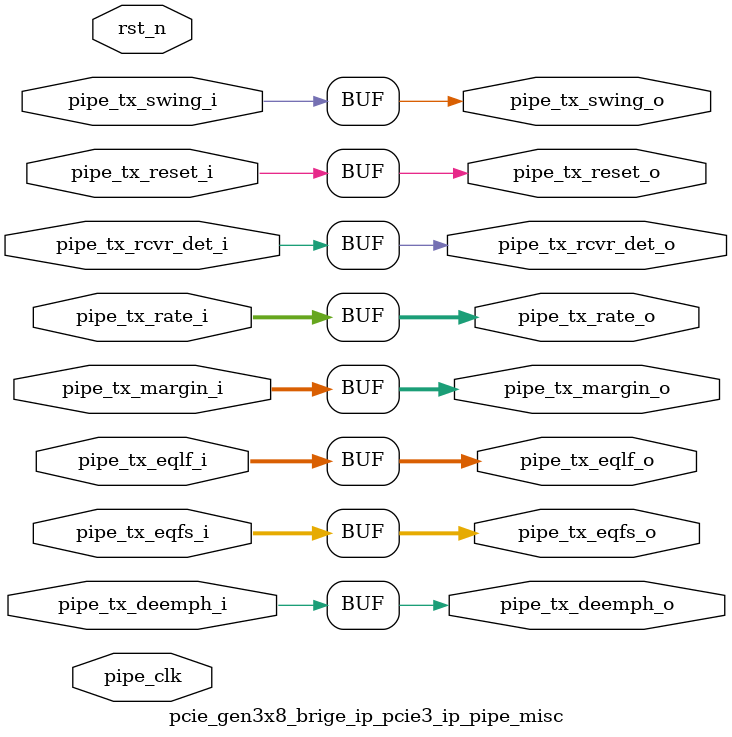
<source format=v>


`timescale 1ps/1ps

(* DowngradeIPIdentifiedWarnings = "yes" *)
module pcie_gen3x8_brige_ip_pcie3_ip_pipe_misc 
 #(
  parameter TCQ = 100,
  parameter PIPE_PIPELINE_STAGES = 0
  ) (
  input  wire         pipe_tx_rcvr_det_i,
  input  wire         pipe_tx_reset_i,
  input  wire   [1:0] pipe_tx_rate_i,
  input  wire         pipe_tx_deemph_i,
  input  wire   [2:0] pipe_tx_margin_i,
  input  wire         pipe_tx_swing_i,
  input  wire   [5:0] pipe_tx_eqfs_i,
  input  wire   [5:0] pipe_tx_eqlf_i,
  output wire         pipe_tx_rcvr_det_o,
  output wire         pipe_tx_reset_o,
  output wire   [1:0] pipe_tx_rate_o,
  output wire         pipe_tx_deemph_o,
  output wire   [2:0] pipe_tx_margin_o,
  output wire         pipe_tx_swing_o,
  output wire   [5:0] pipe_tx_eqfs_o,
  output wire   [5:0] pipe_tx_eqlf_o,
  input  wire         pipe_clk,
  input  wire         rst_n
  );

  reg                 pipe_tx_rcvr_det_q;
  reg                 pipe_tx_reset_q;
  reg           [1:0] pipe_tx_rate_q;
  reg                 pipe_tx_deemph_q;
  reg           [2:0] pipe_tx_margin_q;
  reg                 pipe_tx_swing_q;
  reg           [5:0] pipe_tx_eqfs_q;
  reg           [5:0] pipe_tx_eqlf_q;
  reg                 pipe_tx_rcvr_det_qq;
  reg                 pipe_tx_reset_qq;
  reg           [1:0] pipe_tx_rate_qq;
  reg                 pipe_tx_deemph_qq;
  reg           [2:0] pipe_tx_margin_qq;
  reg                 pipe_tx_swing_qq;
  reg           [5:0] pipe_tx_eqfs_qq;
  reg           [5:0] pipe_tx_eqlf_qq;

  generate
    if (PIPE_PIPELINE_STAGES == 0)
    begin : pipe_stages_0
      assign pipe_tx_rcvr_det_o = pipe_tx_rcvr_det_i;
      assign pipe_tx_reset_o = pipe_tx_reset_i;
      assign pipe_tx_rate_o = pipe_tx_rate_i;
      assign pipe_tx_deemph_o = pipe_tx_deemph_i;
      assign pipe_tx_margin_o = pipe_tx_margin_i;
      assign pipe_tx_swing_o = pipe_tx_swing_i;
      assign pipe_tx_eqfs_o = pipe_tx_eqfs_i;
      assign pipe_tx_eqlf_o = pipe_tx_eqlf_i;
    end
    else if (PIPE_PIPELINE_STAGES == 1)
    begin : pipe_stages_1
      always @(posedge pipe_clk)
      begin
        if (!rst_n)
        begin
          pipe_tx_rcvr_det_q <= #TCQ 1'b0;
          pipe_tx_reset_q <= #TCQ 1'b1;
          pipe_tx_rate_q <= #TCQ 2'b0;
          pipe_tx_deemph_q <= #TCQ 1'b1;
          pipe_tx_margin_q <= #TCQ 3'b0;
          pipe_tx_swing_q <= #TCQ 1'b0;
          pipe_tx_eqfs_q <= #TCQ 5'b0;
          pipe_tx_eqlf_q <= #TCQ 5'b0;
        end
        else
        begin
          pipe_tx_rcvr_det_q <= #TCQ pipe_tx_rcvr_det_i;
          pipe_tx_reset_q <= #TCQ pipe_tx_reset_i;
          pipe_tx_rate_q <= #TCQ pipe_tx_rate_i;
          pipe_tx_deemph_q <= #TCQ pipe_tx_deemph_i;
          pipe_tx_margin_q <= #TCQ pipe_tx_margin_i;
          pipe_tx_swing_q <= #TCQ pipe_tx_swing_i;
          pipe_tx_eqfs_q <= #TCQ pipe_tx_eqfs_i;
          pipe_tx_eqlf_q <= #TCQ pipe_tx_eqlf_i;
        end
      end
      assign pipe_tx_rcvr_det_o = pipe_tx_rcvr_det_q;
      assign pipe_tx_reset_o = pipe_tx_reset_q;
      assign pipe_tx_rate_o = pipe_tx_rate_q;
      assign pipe_tx_deemph_o = pipe_tx_deemph_q;
      assign pipe_tx_margin_o = pipe_tx_margin_q;
      assign pipe_tx_swing_o = pipe_tx_swing_q;
      assign pipe_tx_eqfs_o = pipe_tx_eqfs_q;
      assign pipe_tx_eqlf_o = pipe_tx_eqlf_q;
    end
    else if (PIPE_PIPELINE_STAGES == 2)
    begin : pipe_stages_2
      always @(posedge pipe_clk)
      begin
        if (!rst_n)
        begin
          pipe_tx_rcvr_det_q <= #TCQ 1'b0;
          pipe_tx_reset_q <= #TCQ 1'b1;
          pipe_tx_rate_q <= #TCQ 2'b0;
          pipe_tx_deemph_q <= #TCQ 1'b1;
          pipe_tx_margin_q <= #TCQ 1'b0;
          pipe_tx_swing_q <= #TCQ 1'b0;
          pipe_tx_eqfs_q <= #TCQ 5'b0;
          pipe_tx_eqlf_q <= #TCQ 5'b0;
          pipe_tx_rcvr_det_qq <= #TCQ 1'b0;
          pipe_tx_reset_qq <= #TCQ 1'b1;
          pipe_tx_rate_qq <= #TCQ 2'b0;
          pipe_tx_deemph_qq <= #TCQ 1'b1;
          pipe_tx_margin_qq <= #TCQ 1'b0;
          pipe_tx_swing_qq <= #TCQ 1'b0;
          pipe_tx_eqfs_qq <= #TCQ 5'b0;
          pipe_tx_eqlf_qq <= #TCQ 5'b0;
        end
        else
        begin
          pipe_tx_rcvr_det_q <= #TCQ pipe_tx_rcvr_det_i;
          pipe_tx_reset_q <= #TCQ pipe_tx_reset_i;
          pipe_tx_rate_q <= #TCQ pipe_tx_rate_i;
          pipe_tx_deemph_q <= #TCQ pipe_tx_deemph_i;
          pipe_tx_margin_q <= #TCQ pipe_tx_margin_i;
          pipe_tx_swing_q <= #TCQ pipe_tx_swing_i;
          pipe_tx_eqfs_q <= #TCQ pipe_tx_eqfs_i;
          pipe_tx_eqlf_q <= #TCQ pipe_tx_eqlf_i;
          pipe_tx_rcvr_det_qq <= #TCQ pipe_tx_rcvr_det_q;
          pipe_tx_reset_qq <= #TCQ pipe_tx_reset_q;
          pipe_tx_rate_qq <= #TCQ pipe_tx_rate_q;
          pipe_tx_deemph_qq <= #TCQ pipe_tx_deemph_q;
          pipe_tx_margin_qq <= #TCQ pipe_tx_margin_q;
          pipe_tx_swing_qq <= #TCQ pipe_tx_swing_q;
          pipe_tx_eqfs_qq <= #TCQ pipe_tx_eqfs_q;
          pipe_tx_eqlf_qq <= #TCQ pipe_tx_eqlf_q;
        end
      end
      assign pipe_tx_rcvr_det_o = pipe_tx_rcvr_det_qq;
      assign pipe_tx_reset_o = pipe_tx_reset_qq;
      assign pipe_tx_rate_o = pipe_tx_rate_qq;
      assign pipe_tx_deemph_o = pipe_tx_deemph_qq;
      assign pipe_tx_margin_o = pipe_tx_margin_qq;
      assign pipe_tx_swing_o = pipe_tx_swing_qq;
      assign pipe_tx_eqfs_o = pipe_tx_eqfs_qq;
      assign pipe_tx_eqlf_o = pipe_tx_eqlf_qq;
    end
    else
    begin
      assign pipe_tx_rcvr_det_o = pipe_tx_rcvr_det_i;
      assign pipe_tx_reset_o = pipe_tx_reset_i;
      assign pipe_tx_rate_o = pipe_tx_rate_i;
      assign pipe_tx_deemph_o = pipe_tx_deemph_i;
      assign pipe_tx_margin_o = pipe_tx_margin_i;
      assign pipe_tx_swing_o = pipe_tx_swing_i;
      assign pipe_tx_eqfs_o = pipe_tx_eqfs_i;
      assign pipe_tx_eqlf_o = pipe_tx_eqlf_i;
    end
  endgenerate

endmodule

</source>
